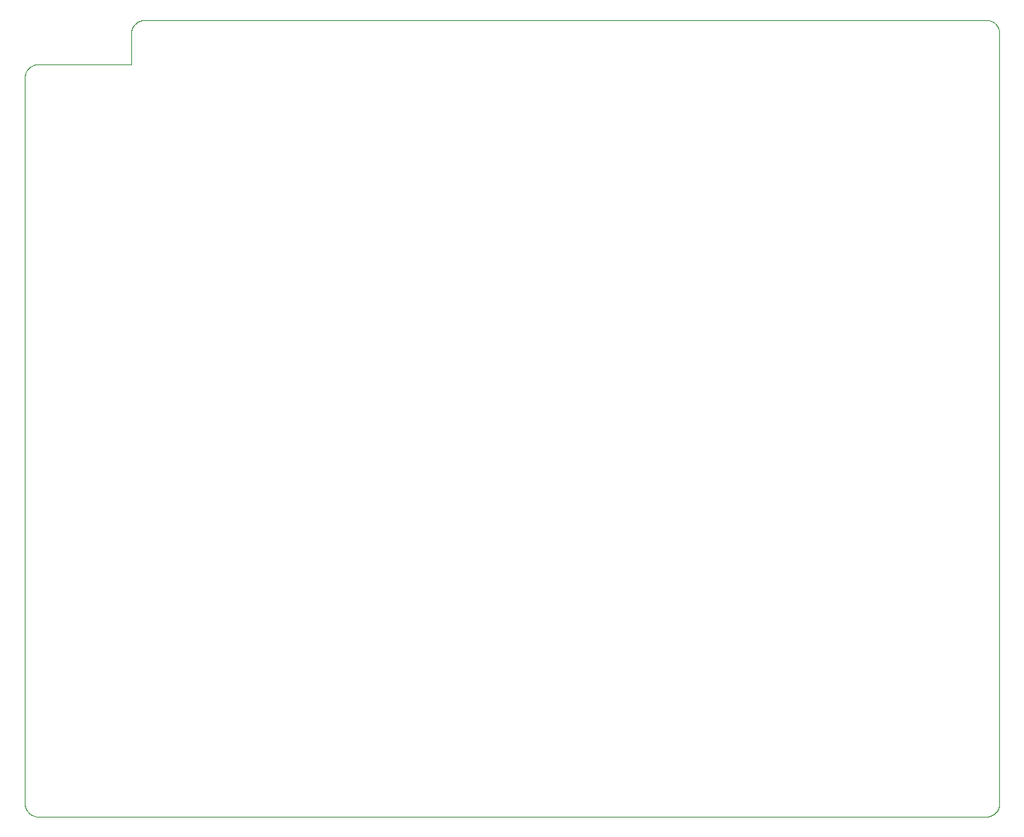
<source format=gko>
G75*
%MOIN*%
%OFA0B0*%
%FSLAX25Y25*%
%IPPOS*%
%LPD*%
%AMOC8*
5,1,8,0,0,1.08239X$1,22.5*
%
%ADD10C,0.00394*%
D10*
X0053776Y0028618D02*
X0053776Y0351453D01*
X0053775Y0351453D02*
X0053777Y0351605D01*
X0053783Y0351757D01*
X0053793Y0351909D01*
X0053806Y0352060D01*
X0053824Y0352211D01*
X0053845Y0352362D01*
X0053871Y0352512D01*
X0053900Y0352661D01*
X0053933Y0352810D01*
X0053970Y0352957D01*
X0054010Y0353104D01*
X0054055Y0353249D01*
X0054103Y0353393D01*
X0054155Y0353536D01*
X0054210Y0353678D01*
X0054269Y0353818D01*
X0054332Y0353957D01*
X0054398Y0354094D01*
X0054468Y0354229D01*
X0054541Y0354362D01*
X0054618Y0354493D01*
X0054698Y0354623D01*
X0054781Y0354750D01*
X0054867Y0354875D01*
X0054957Y0354998D01*
X0055050Y0355118D01*
X0055146Y0355236D01*
X0055245Y0355352D01*
X0055347Y0355465D01*
X0055451Y0355575D01*
X0055559Y0355683D01*
X0055669Y0355787D01*
X0055782Y0355889D01*
X0055898Y0355988D01*
X0056016Y0356084D01*
X0056136Y0356177D01*
X0056259Y0356267D01*
X0056384Y0356353D01*
X0056511Y0356436D01*
X0056641Y0356516D01*
X0056772Y0356593D01*
X0056905Y0356666D01*
X0057040Y0356736D01*
X0057177Y0356802D01*
X0057316Y0356865D01*
X0057456Y0356924D01*
X0057598Y0356979D01*
X0057741Y0357031D01*
X0057885Y0357079D01*
X0058030Y0357124D01*
X0058177Y0357164D01*
X0058324Y0357201D01*
X0058473Y0357234D01*
X0058622Y0357263D01*
X0058772Y0357289D01*
X0058923Y0357310D01*
X0059074Y0357328D01*
X0059225Y0357341D01*
X0059377Y0357351D01*
X0059529Y0357357D01*
X0059681Y0357359D01*
X0059681Y0357358D02*
X0101020Y0357358D01*
X0101020Y0371138D01*
X0101019Y0371138D02*
X0101021Y0371290D01*
X0101027Y0371442D01*
X0101037Y0371594D01*
X0101050Y0371745D01*
X0101068Y0371896D01*
X0101089Y0372047D01*
X0101115Y0372197D01*
X0101144Y0372346D01*
X0101177Y0372495D01*
X0101214Y0372642D01*
X0101254Y0372789D01*
X0101299Y0372934D01*
X0101347Y0373078D01*
X0101399Y0373221D01*
X0101454Y0373363D01*
X0101513Y0373503D01*
X0101576Y0373642D01*
X0101642Y0373779D01*
X0101712Y0373914D01*
X0101785Y0374047D01*
X0101862Y0374178D01*
X0101942Y0374308D01*
X0102025Y0374435D01*
X0102111Y0374560D01*
X0102201Y0374683D01*
X0102294Y0374803D01*
X0102390Y0374921D01*
X0102489Y0375037D01*
X0102591Y0375150D01*
X0102695Y0375260D01*
X0102803Y0375368D01*
X0102913Y0375472D01*
X0103026Y0375574D01*
X0103142Y0375673D01*
X0103260Y0375769D01*
X0103380Y0375862D01*
X0103503Y0375952D01*
X0103628Y0376038D01*
X0103755Y0376121D01*
X0103885Y0376201D01*
X0104016Y0376278D01*
X0104149Y0376351D01*
X0104284Y0376421D01*
X0104421Y0376487D01*
X0104560Y0376550D01*
X0104700Y0376609D01*
X0104842Y0376664D01*
X0104985Y0376716D01*
X0105129Y0376764D01*
X0105274Y0376809D01*
X0105421Y0376849D01*
X0105568Y0376886D01*
X0105717Y0376919D01*
X0105866Y0376948D01*
X0106016Y0376974D01*
X0106167Y0376995D01*
X0106318Y0377013D01*
X0106469Y0377026D01*
X0106621Y0377036D01*
X0106773Y0377042D01*
X0106925Y0377044D01*
X0106925Y0377043D02*
X0480941Y0377043D01*
X0480941Y0377044D02*
X0481093Y0377042D01*
X0481245Y0377036D01*
X0481397Y0377026D01*
X0481548Y0377013D01*
X0481699Y0376995D01*
X0481850Y0376974D01*
X0482000Y0376948D01*
X0482149Y0376919D01*
X0482298Y0376886D01*
X0482445Y0376849D01*
X0482592Y0376809D01*
X0482737Y0376764D01*
X0482881Y0376716D01*
X0483024Y0376664D01*
X0483166Y0376609D01*
X0483306Y0376550D01*
X0483445Y0376487D01*
X0483582Y0376421D01*
X0483717Y0376351D01*
X0483850Y0376278D01*
X0483981Y0376201D01*
X0484111Y0376121D01*
X0484238Y0376038D01*
X0484363Y0375952D01*
X0484486Y0375862D01*
X0484606Y0375769D01*
X0484724Y0375673D01*
X0484840Y0375574D01*
X0484953Y0375472D01*
X0485063Y0375368D01*
X0485171Y0375260D01*
X0485275Y0375150D01*
X0485377Y0375037D01*
X0485476Y0374921D01*
X0485572Y0374803D01*
X0485665Y0374683D01*
X0485755Y0374560D01*
X0485841Y0374435D01*
X0485924Y0374308D01*
X0486004Y0374178D01*
X0486081Y0374047D01*
X0486154Y0373914D01*
X0486224Y0373779D01*
X0486290Y0373642D01*
X0486353Y0373503D01*
X0486412Y0373363D01*
X0486467Y0373221D01*
X0486519Y0373078D01*
X0486567Y0372934D01*
X0486612Y0372789D01*
X0486652Y0372642D01*
X0486689Y0372495D01*
X0486722Y0372346D01*
X0486751Y0372197D01*
X0486777Y0372047D01*
X0486798Y0371896D01*
X0486816Y0371745D01*
X0486829Y0371594D01*
X0486839Y0371442D01*
X0486845Y0371290D01*
X0486847Y0371138D01*
X0486846Y0371138D02*
X0486846Y0028618D01*
X0486847Y0028618D02*
X0486845Y0028466D01*
X0486839Y0028314D01*
X0486829Y0028162D01*
X0486816Y0028011D01*
X0486798Y0027860D01*
X0486777Y0027709D01*
X0486751Y0027559D01*
X0486722Y0027410D01*
X0486689Y0027261D01*
X0486652Y0027114D01*
X0486612Y0026967D01*
X0486567Y0026822D01*
X0486519Y0026678D01*
X0486467Y0026535D01*
X0486412Y0026393D01*
X0486353Y0026253D01*
X0486290Y0026114D01*
X0486224Y0025977D01*
X0486154Y0025842D01*
X0486081Y0025709D01*
X0486004Y0025578D01*
X0485924Y0025448D01*
X0485841Y0025321D01*
X0485755Y0025196D01*
X0485665Y0025073D01*
X0485572Y0024953D01*
X0485476Y0024835D01*
X0485377Y0024719D01*
X0485275Y0024606D01*
X0485171Y0024496D01*
X0485063Y0024388D01*
X0484953Y0024284D01*
X0484840Y0024182D01*
X0484724Y0024083D01*
X0484606Y0023987D01*
X0484486Y0023894D01*
X0484363Y0023804D01*
X0484238Y0023718D01*
X0484111Y0023635D01*
X0483981Y0023555D01*
X0483850Y0023478D01*
X0483717Y0023405D01*
X0483582Y0023335D01*
X0483445Y0023269D01*
X0483306Y0023206D01*
X0483166Y0023147D01*
X0483024Y0023092D01*
X0482881Y0023040D01*
X0482737Y0022992D01*
X0482592Y0022947D01*
X0482445Y0022907D01*
X0482298Y0022870D01*
X0482149Y0022837D01*
X0482000Y0022808D01*
X0481850Y0022782D01*
X0481699Y0022761D01*
X0481548Y0022743D01*
X0481397Y0022730D01*
X0481245Y0022720D01*
X0481093Y0022714D01*
X0480941Y0022712D01*
X0480941Y0022713D02*
X0059681Y0022713D01*
X0059681Y0022712D02*
X0059529Y0022714D01*
X0059377Y0022720D01*
X0059225Y0022730D01*
X0059074Y0022743D01*
X0058923Y0022761D01*
X0058772Y0022782D01*
X0058622Y0022808D01*
X0058473Y0022837D01*
X0058324Y0022870D01*
X0058177Y0022907D01*
X0058030Y0022947D01*
X0057885Y0022992D01*
X0057741Y0023040D01*
X0057598Y0023092D01*
X0057456Y0023147D01*
X0057316Y0023206D01*
X0057177Y0023269D01*
X0057040Y0023335D01*
X0056905Y0023405D01*
X0056772Y0023478D01*
X0056641Y0023555D01*
X0056511Y0023635D01*
X0056384Y0023718D01*
X0056259Y0023804D01*
X0056136Y0023894D01*
X0056016Y0023987D01*
X0055898Y0024083D01*
X0055782Y0024182D01*
X0055669Y0024284D01*
X0055559Y0024388D01*
X0055451Y0024496D01*
X0055347Y0024606D01*
X0055245Y0024719D01*
X0055146Y0024835D01*
X0055050Y0024953D01*
X0054957Y0025073D01*
X0054867Y0025196D01*
X0054781Y0025321D01*
X0054698Y0025448D01*
X0054618Y0025578D01*
X0054541Y0025709D01*
X0054468Y0025842D01*
X0054398Y0025977D01*
X0054332Y0026114D01*
X0054269Y0026253D01*
X0054210Y0026393D01*
X0054155Y0026535D01*
X0054103Y0026678D01*
X0054055Y0026822D01*
X0054010Y0026967D01*
X0053970Y0027114D01*
X0053933Y0027261D01*
X0053900Y0027410D01*
X0053871Y0027559D01*
X0053845Y0027709D01*
X0053824Y0027860D01*
X0053806Y0028011D01*
X0053793Y0028162D01*
X0053783Y0028314D01*
X0053777Y0028466D01*
X0053775Y0028618D01*
M02*

</source>
